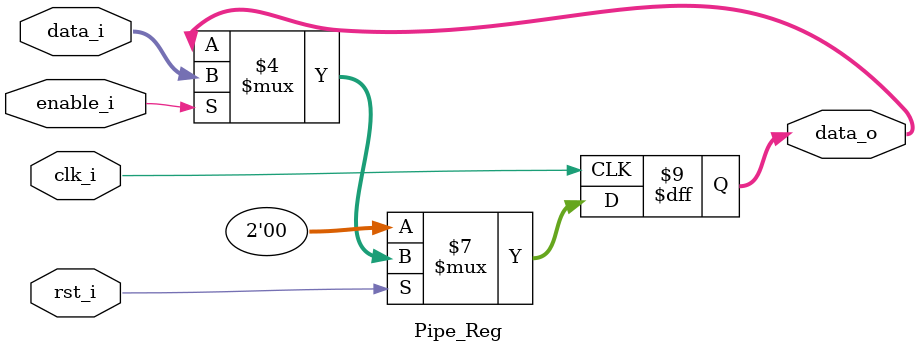
<source format=v>
module Pipe_Reg(
                    clk_i,
					rst_i,
					enable_i,
					data_i,
					data_o
					);
					
parameter size = 0;

input               clk_i;		  
input				rst_i;
input enable_i;
input      [size-1: 0] data_i;
output reg [size-1: 0] data_o;
	  
always @(posedge clk_i) begin
    if(~rst_i)
        data_o <= 0;
    else
		begin
		if(enable_i)
        data_o <= data_i;
		else 
		  data_o <= data_o;
		end
end

endmodule	
</source>
